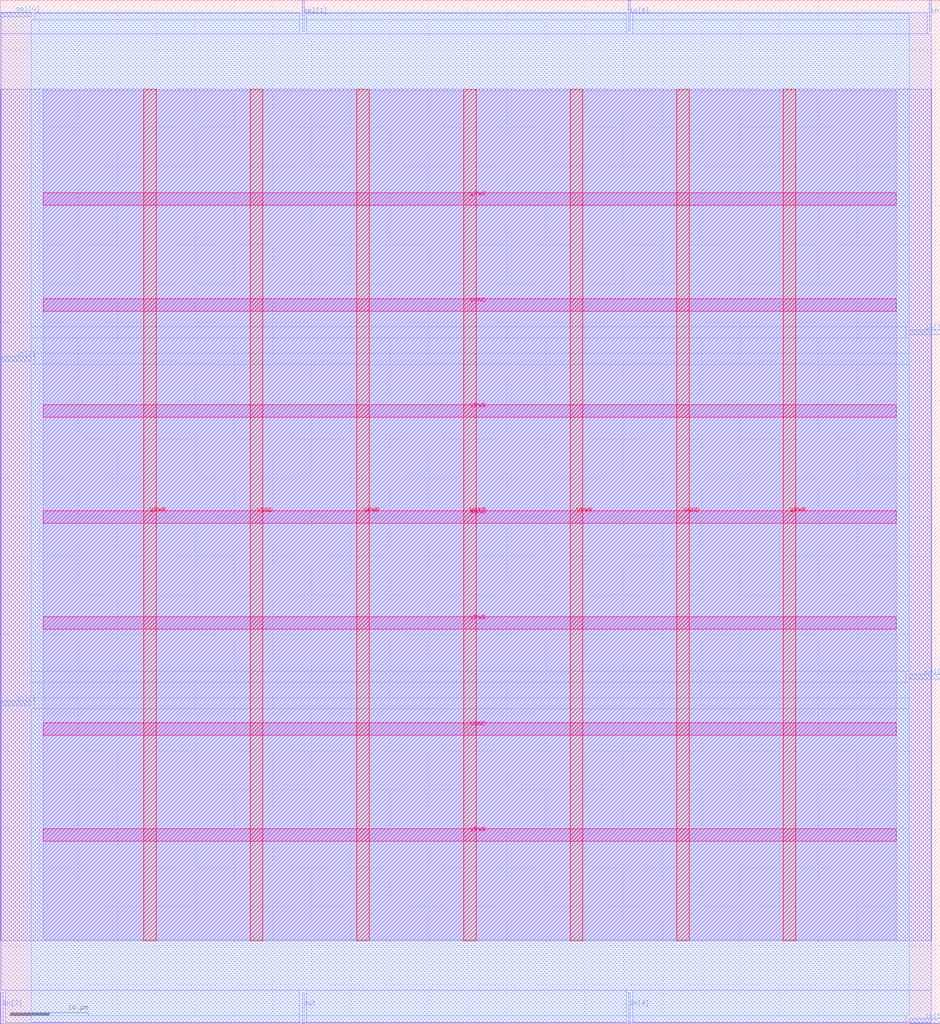
<source format=lef>
VERSION 5.7 ;
  NOWIREEXTENSIONATPIN ON ;
  DIVIDERCHAR "/" ;
  BUSBITCHARS "[]" ;
MACRO multiplexer
  CLASS BLOCK ;
  FOREIGN multiplexer ;
  ORIGIN 0.000 0.000 ;
  SIZE 120.635 BY 131.355 ;
  PIN VGND
    DIRECTION INPUT ;
    USE GROUND ;
    PORT
      LAYER met5 ;
        RECT 5.520 37.040 115.000 38.640 ;
    END
    PORT
      LAYER met5 ;
        RECT 5.520 64.240 115.000 65.840 ;
    END
    PORT
      LAYER met5 ;
        RECT 5.520 91.440 115.000 93.040 ;
    END
    PORT
      LAYER met4 ;
        RECT 32.090 10.640 33.690 119.920 ;
    END
    PORT
      LAYER met4 ;
        RECT 59.460 10.640 61.060 119.920 ;
    END
    PORT
      LAYER met4 ;
        RECT 86.830 10.640 88.430 119.920 ;
    END
  END VGND
  PIN VPWR
    DIRECTION INPUT ;
    USE POWER ;
    PORT
      LAYER met5 ;
        RECT 5.520 23.440 115.000 25.040 ;
    END
    PORT
      LAYER met5 ;
        RECT 5.520 50.640 115.000 52.240 ;
    END
    PORT
      LAYER met5 ;
        RECT 5.520 77.840 115.000 79.440 ;
    END
    PORT
      LAYER met5 ;
        RECT 5.520 105.040 115.000 106.640 ;
    END
    PORT
      LAYER met4 ;
        RECT 18.405 10.640 20.005 119.920 ;
    END
    PORT
      LAYER met4 ;
        RECT 45.775 10.640 47.375 119.920 ;
    END
    PORT
      LAYER met4 ;
        RECT 73.145 10.640 74.745 119.920 ;
    END
    PORT
      LAYER met4 ;
        RECT 100.515 10.640 102.115 119.920 ;
    END
  END VPWR
  PIN in[0]
    DIRECTION INPUT ;
    USE SIGNAL ;
    PORT
      LAYER met3 ;
        RECT 0.000 40.840 4.000 41.440 ;
    END
  END in[0]
  PIN in[1]
    DIRECTION INPUT ;
    USE SIGNAL ;
    PORT
      LAYER met2 ;
        RECT 119.230 127.355 119.510 131.355 ;
    END
  END in[1]
  PIN in[2]
    DIRECTION INPUT ;
    USE SIGNAL ;
    PORT
      LAYER met3 ;
        RECT 0.000 85.040 4.000 85.640 ;
    END
  END in[2]
  PIN in[3]
    DIRECTION INPUT ;
    USE SIGNAL ;
    PORT
      LAYER met2 ;
        RECT 0.090 0.000 0.370 4.000 ;
    END
  END in[3]
  PIN in[4]
    DIRECTION INPUT ;
    USE SIGNAL ;
    PORT
      LAYER met2 ;
        RECT 80.590 0.000 80.870 4.000 ;
    END
  END in[4]
  PIN in[5]
    DIRECTION INPUT ;
    USE SIGNAL ;
    PORT
      LAYER met3 ;
        RECT 116.635 0.040 120.635 0.640 ;
    END
  END in[5]
  PIN in[6]
    DIRECTION INPUT ;
    USE SIGNAL ;
    PORT
      LAYER met2 ;
        RECT 80.590 127.355 80.870 131.355 ;
    END
  END in[6]
  PIN in[7]
    DIRECTION INPUT ;
    USE SIGNAL ;
    PORT
      LAYER met3 ;
        RECT 116.635 88.440 120.635 89.040 ;
    END
  END in[7]
  PIN out
    DIRECTION OUTPUT TRISTATE ;
    USE SIGNAL ;
    PORT
      LAYER met2 ;
        RECT 38.730 0.000 39.010 4.000 ;
    END
  END out
  PIN sel[0]
    DIRECTION INPUT ;
    USE SIGNAL ;
    PORT
      LAYER met3 ;
        RECT 0.000 129.240 4.000 129.840 ;
    END
  END sel[0]
  PIN sel[1]
    DIRECTION INPUT ;
    USE SIGNAL ;
    PORT
      LAYER met2 ;
        RECT 38.730 127.355 39.010 131.355 ;
    END
  END sel[1]
  PIN sel[2]
    DIRECTION INPUT ;
    USE SIGNAL ;
    PORT
      LAYER met3 ;
        RECT 116.635 44.240 120.635 44.840 ;
    END
  END sel[2]
  OBS
      LAYER li1 ;
        RECT 5.520 10.795 115.000 119.765 ;
      LAYER met1 ;
        RECT 0.070 10.640 119.530 119.920 ;
      LAYER met2 ;
        RECT 0.100 127.075 38.450 129.725 ;
        RECT 39.290 127.075 80.310 129.725 ;
        RECT 81.150 127.075 118.950 129.725 ;
        RECT 0.100 4.280 119.500 127.075 ;
        RECT 0.650 0.155 38.450 4.280 ;
        RECT 39.290 0.155 80.310 4.280 ;
        RECT 81.150 0.155 119.500 4.280 ;
      LAYER met3 ;
        RECT 4.400 128.840 116.635 129.705 ;
        RECT 4.000 89.440 116.635 128.840 ;
        RECT 4.000 88.040 116.235 89.440 ;
        RECT 4.000 86.040 116.635 88.040 ;
        RECT 4.400 84.640 116.635 86.040 ;
        RECT 4.000 45.240 116.635 84.640 ;
        RECT 4.000 43.840 116.235 45.240 ;
        RECT 4.000 41.840 116.635 43.840 ;
        RECT 4.400 40.440 116.635 41.840 ;
        RECT 4.000 1.040 116.635 40.440 ;
        RECT 4.000 0.175 116.235 1.040 ;
  END
END multiplexer
END LIBRARY


</source>
